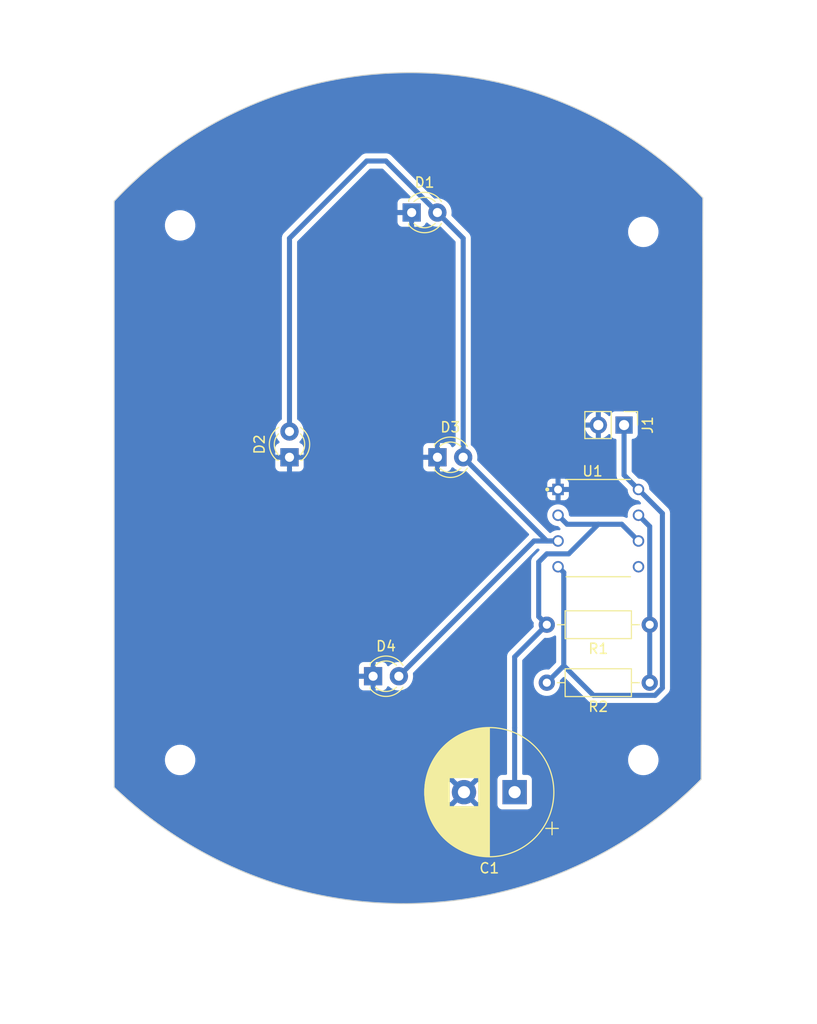
<source format=kicad_pcb>
(kicad_pcb (version 20221018) (generator pcbnew)
  (layers (0 "F.Cu" signal) (31 "B.Cu" signal) (34 "B.Paste" user) (35 "F.Paste" user) (36 "B.SilkS" user "B.Silkscreen") (37 "F.SilkS" user "F.Silkscreen") (38 "B.Mask" user) (39 "F.Mask" user) (44 "Edge.Cuts" user))
  (net 0 "")
  (net 1 "Net-(U1-THRES)")
  (net 2 "GND")
  (net 3 "Net-(D1-A)")
  (net 4 "VCC")
  (net 5 "Net-(U1-DISCH)")
  (footprint "Resistor_THT:R_Axial_DIN0207_L6.3mm_D2.5mm_P10.16mm_Horizontal" (layer "F.Cu") (at 156.845 140.335 180)
    (fp_text reference "R2" (at 5.08 -2.37) (layer "F.SilkS"))
    (fp_text value "1k")
    (fp_line (start 1.04 0) (end 1.81 0) (stroke (width 0.12)) (layer "F.SilkS"))
    (fp_line (start 1.81 -1.37) (end 1.81 1.37) (stroke (width 0.12)) (layer "F.SilkS"))
    (fp_line (start 1.81 1.37) (end 8.35 1.37) (stroke (width 0.12)) (layer "F.SilkS"))
    (fp_line (start 8.35 -1.37) (end 1.81 -1.37) (stroke (width 0.12)) (layer "F.SilkS"))
    (fp_line (start 8.35 1.37) (end 8.35 -1.37) (stroke (width 0.12)) (layer "F.SilkS"))
    (fp_line (start 9.12 0) (end 8.35 0) (stroke (width 0.12)) (layer "F.SilkS"))
    (pad "1" thru_hole circle (at 0 0 180) (size 1.6 1.6) (drill 0.8) (layers "*.Cu" "*.Mask") (net 5 "Net-(U1-DISCH)"))
    (pad "2" thru_hole oval (at 10.16 0 180) (size 1.6 1.6) (drill 0.8) (layers "*.Cu" "*.Mask") (net 4 "VCC"))
  )
  (footprint "MountingHole:MountingHole_2.5mm" (layer "F.Cu") (at 110.49 95.25)
    (fp_text reference "H3" hide)
    (fp_text value "MountingHole")
    (pad "" np_thru_hole circle (at 0 0) (size 2.5 2.5) (drill 2.5) (layers "*.Cu" "*.Mask"))
  )
  (footprint "MountingHole:MountingHole_2.5mm" (layer "F.Cu") (at 110.49 147.955)
    (fp_text reference "H2" hide)
    (fp_text value "MountingHole")
    (pad "" np_thru_hole circle (at 0 0) (size 2.5 2.5) (drill 2.5) (layers "*.Cu" "*.Mask"))
  )
  (footprint "Capacitor_THT:CP_Radial_D12.5mm_P5.00mm" (layer "F.Cu") (at 143.51 151.13 180)
    (fp_text reference "C1" (at 2.5 -7.5) (layer "F.SilkS"))
    (fp_text value "47mf")
    (fp_line (start -4.317082 -3.575) (end -3.067082 -3.575) (stroke (width 0.12)) (layer "F.SilkS"))
    (fp_line (start -3.692082 -4.2) (end -3.692082 -2.95) (stroke (width 0.12)) (layer "F.SilkS"))
    (fp_line (start 2.5 -6.33) (end 2.5 6.33) (stroke (width 0.12)) (layer "F.SilkS"))
    (fp_line (start 2.54 -6.33) (end 2.54 6.33) (stroke (width 0.12)) (layer "F.SilkS"))
    (fp_line (start 2.58 -6.33) (end 2.58 6.33) (stroke (width 0.12)) (layer "F.SilkS"))
    (fp_line (start 2.62 -6.329) (end 2.62 6.329) (stroke (width 0.12)) (layer "F.SilkS"))
    (fp_line (start 2.66 -6.328) (end 2.66 6.328) (stroke (width 0.12)) (layer "F.SilkS"))
    (fp_line (start 2.7 -6.327) (end 2.7 6.327) (stroke (width 0.12)) (layer "F.SilkS"))
    (fp_line (start 2.74 -6.326) (end 2.74 6.326) (stroke (width 0.12)) (layer "F.SilkS"))
    (fp_line (start 2.78 -6.324) (end 2.78 6.324) (stroke (width 0.12)) (layer "F.SilkS"))
    (fp_line (start 2.82 -6.322) (end 2.82 6.322) (stroke (width 0.12)) (layer "F.SilkS"))
    (fp_line (start 2.86 -6.32) (end 2.86 6.32) (stroke (width 0.12)) (layer "F.SilkS"))
    (fp_line (start 2.9 -6.318) (end 2.9 6.318) (stroke (width 0.12)) (layer "F.SilkS"))
    (fp_line (start 2.94 -6.315) (end 2.94 6.315) (stroke (width 0.12)) (layer "F.SilkS"))
    (fp_line (start 2.98 -6.312) (end 2.98 6.312) (stroke (width 0.12)) (layer "F.SilkS"))
    (fp_line (start 3.02 -6.309) (end 3.02 6.309) (stroke (width 0.12)) (layer "F.SilkS"))
    (fp_line (start 3.06 -6.306) (end 3.06 6.306) (stroke (width 0.12)) (layer "F.SilkS"))
    (fp_line (start 3.1 -6.302) (end 3.1 6.302) (stroke (width 0.12)) (layer "F.SilkS"))
    (fp_line (start 3.14 -6.298) (end 3.14 6.298) (stroke (width 0.12)) (layer "F.SilkS"))
    (fp_line (start 3.18 -6.294) (end 3.18 6.294) (stroke (width 0.12)) (layer "F.SilkS"))
    (fp_line (start 3.221 -6.29) (end 3.221 6.29) (stroke (width 0.12)) (layer "F.SilkS"))
    (fp_line (start 3.261 -6.285) (end 3.261 6.285) (stroke (width 0.12)) (layer "F.SilkS"))
    (fp_line (start 3.301 -6.28) (end 3.301 6.28) (stroke (width 0.12)) (layer "F.SilkS"))
    (fp_line (start 3.341 -6.275) (end 3.341 6.275) (stroke (width 0.12)) (layer "F.SilkS"))
    (fp_line (start 3.381 -6.269) (end 3.381 6.269) (stroke (width 0.12)) (layer "F.SilkS"))
    (fp_line (start 3.421 -6.264) (end 3.421 6.264) (stroke (width 0.12)) (layer "F.SilkS"))
    (fp_line (start 3.461 -6.258) (end 3.461 6.258) (stroke (width 0.12)) (layer "F.SilkS"))
    (fp_line (start 3.501 -6.252) (end 3.501 6.252) (stroke (width 0.12)) (layer "F.SilkS"))
    (fp_line (start 3.541 -6.245) (end 3.541 6.245) (stroke (width 0.12)) (layer "F.SilkS"))
    (fp_line (start 3.581 -6.238) (end 3.581 -1.44) (stroke (width 0.12)) (layer "F.SilkS"))
    (fp_line (start 3.581 1.44) (end 3.581 6.238) (stroke (width 0.12)) (layer "F.SilkS"))
    (fp_line (start 3.621 -6.231) (end 3.621 -1.44) (stroke (width 0.12)) (layer "F.SilkS"))
    (fp_line (start 3.621 1.44) (end 3.621 6.231) (stroke (width 0.12)) (layer "F.SilkS"))
    (fp_line (start 3.661 -6.224) (end 3.661 -1.44) (stroke (width 0.12)) (layer "F.SilkS"))
    (fp_line (start 3.661 1.44) (end 3.661 6.224) (stroke (width 0.12)) (layer "F.SilkS"))
    (fp_line (start 3.701 -6.216) (end 3.701 -1.44) (stroke (width 0.12)) (layer "F.SilkS"))
    (fp_line (start 3.701 1.44) (end 3.701 6.216) (stroke (width 0.12)) (layer "F.SilkS"))
    (fp_line (start 3.741 -6.209) (end 3.741 -1.44) (stroke (width 0.12)) (layer "F.SilkS"))
    (fp_line (start 3.741 1.44) (end 3.741 6.209) (stroke (width 0.12)) (layer "F.SilkS"))
    (fp_line (start 3.781 -6.201) (end 3.781 -1.44) (stroke (width 0.12)) (layer "F.SilkS"))
    (fp_line (start 3.781 1.44) (end 3.781 6.201) (stroke (width 0.12)) (layer "F.SilkS"))
    (fp_line (start 3.821 -6.192) (end 3.821 -1.44) (stroke (width 0.12)) (layer "F.SilkS"))
    (fp_line (start 3.821 1.44) (end 3.821 6.192) (stroke (width 0.12)) (layer "F.SilkS"))
    (fp_line (start 3.861 -6.184) (end 3.861 -1.44) (stroke (width 0.12)) (layer "F.SilkS"))
    (fp_line (start 3.861 1.44) (end 3.861 6.184) (stroke (width 0.12)) (layer "F.SilkS"))
    (fp_line (start 3.901 -6.175) (end 3.901 -1.44) (stroke (width 0.12)) (layer "F.SilkS"))
    (fp_line (start 3.901 1.44) (end 3.901 6.175) (stroke (width 0.12)) (layer "F.SilkS"))
    (fp_line (start 3.941 -6.166) (end 3.941 -1.44) (stroke (width 0.12)) (layer "F.SilkS"))
    (fp_line (start 3.941 1.44) (end 3.941 6.166) (stroke (width 0.12)) (layer "F.SilkS"))
    (fp_line (start 3.981 -6.156) (end 3.981 -1.44) (stroke (width 0.12)) (layer "F.SilkS"))
    (fp_line (start 3.981 1.44) (end 3.981 6.156) (stroke (width 0.12)) (layer "F.SilkS"))
    (fp_line (start 4.021 -6.146) (end 4.021 -1.44) (stroke (width 0.12)) (layer "F.SilkS"))
    (fp_line (start 4.021 1.44) (end 4.021 6.146) (stroke (width 0.12)) (layer "F.SilkS"))
    (fp_line (start 4.061 -6.137) (end 4.061 -1.44) (stroke (width 0.12)) (layer "F.SilkS"))
    (fp_line (start 4.061 1.44) (end 4.061 6.137) (stroke (width 0.12)) (layer "F.SilkS"))
    (fp_line (start 4.101 -6.126) (end 4.101 -1.44) (stroke (width 0.12)) (layer "F.SilkS"))
    (fp_line (start 4.101 1.44) (end 4.101 6.126) (stroke (width 0.12)) (layer "F.SilkS"))
    (fp_line (start 4.141 -6.116) (end 4.141 -1.44) (stroke (width 0.12)) (layer "F.SilkS"))
    (fp_line (start 4.141 1.44) (end 4.141 6.116) (stroke (width 0.12)) (layer "F.SilkS"))
    (fp_line (start 4.181 -6.105) (end 4.181 -1.44) (stroke (width 0.12)) (layer "F.SilkS"))
    (fp_line (start 4.181 1.44) (end 4.181 6.105) (stroke (width 0.12)) (layer "F.SilkS"))
    (fp_line (start 4.221 -6.094) (end 4.221 -1.44) (stroke (width 0.12)) (layer "F.SilkS"))
    (fp_line (start 4.221 1.44) (end 4.221 6.094) (stroke (width 0.12)) (layer "F.SilkS"))
    (fp_line (start 4.261 -6.083) (end 4.261 -1.44) (stroke (width 0.12)) (layer "F.SilkS"))
    (fp_line (start 4.261 1.44) (end 4.261 6.083) (stroke (width 0.12)) (layer "F.SilkS"))
    (fp_line (start 4.301 -6.071) (end 4.301 -1.44) (stroke (width 0.12)) (layer "F.SilkS"))
    (fp_line (start 4.301 1.44) (end 4.301 6.071) (stroke (width 0.12)) (layer "F.SilkS"))
    (fp_line (start 4.341 -6.059) (end 4.341 -1.44) (stroke (width 0.12)) (layer "F.SilkS"))
    (fp_line (start 4.341 1.44) (end 4.341 6.059) (stroke (width 0.12)) (layer "F.SilkS"))
    (fp_line (start 4.381 -6.047) (end 4.381 -1.44) (stroke (width 0.12)) (layer "F.SilkS"))
    (fp_line (start 4.381 1.44) (end 4.381 6.047) (stroke (width 0.12)) (layer "F.SilkS"))
    (fp_line (start 4.421 -6.034) (end 4.421 -1.44) (stroke (width 0.12)) (layer "F.SilkS"))
    (fp_line (start 4.421 1.44) (end 4.421 6.034) (stroke (width 0.12)) (layer "F.SilkS"))
    (fp_line (start 4.461 -6.021) (end 4.461 -1.44) (stroke (width 0.12)) (layer "F.SilkS"))
    (fp_line (start 4.461 1.44) (end 4.461 6.021) (stroke (width 0.12)) (layer "F.SilkS"))
    (fp_line (start 4.501 -6.008) (end 4.501 -1.44) (stroke (width 0.12)) (layer "F.SilkS"))
    (fp_line (start 4.501 1.44) (end 4.501 6.008) (stroke (width 0.12)) (layer "F.SilkS"))
    (fp_line (start 4.541 -5.995) (end 4.541 -1.44) (stroke (width 0.12)) (layer "F.SilkS"))
    (fp_line (start 4.541 1.44) (end 4.541 5.995) (stroke (width 0.12)) (layer "F.SilkS"))
    (fp_line (start 4.581 -5.981) (end 4.581 -1.44) (stroke (width 0.12)) (layer "F.SilkS"))
    (fp_line (start 4.581 1.44) (end 4.581 5.981) (stroke (width 0.12)) (layer "F.SilkS"))
    (fp_line (start 4.621 -5.967) (end 4.621 -1.44) (stroke (width 0.12)) (layer "F.SilkS"))
    (fp_line (start 4.621 1.44) (end 4.621 5.967) (stroke (width 0.12)) (layer "F.SilkS"))
    (fp_line (start 4.661 -5.953) (end 4.661 -1.44) (stroke (width 0.12)) (layer "F.SilkS"))
    (fp_line (start 4.661 1.44) (end 4.661 5.953) (stroke (width 0.12)) (layer "F.SilkS"))
    (fp_line (start 4.701 -5.939) (end 4.701 -1.44) (stroke (width 0.12)) (layer "F.SilkS"))
    (fp_line (start 4.701 1.44) (end 4.701 5.939) (stroke (width 0.12)) (layer "F.SilkS"))
    (fp_line (start 4.741 -5.924) (end 4.741 -1.44) (stroke (width 0.12)) (layer "F.SilkS"))
    (fp_line (start 4.741 1.44) (end 4.741 5.924) (stroke (width 0.12)) (layer "F.SilkS"))
    (fp_line (start 4.781 -5.908) (end 4.781 -1.44) (stroke (width 0.12)) (layer "F.SilkS"))
    (fp_line (start 4.781 1.44) (end 4.781 5.908) (stroke (width 0.12)) (layer "F.SilkS"))
    (fp_line (start 4.821 -5.893) (end 4.821 -1.44) (stroke (width 0.12)) (layer "F.SilkS"))
    (fp_line (start 4.821 1.44) (end 4.821 5.893) (stroke (width 0.12)) (layer "F.SilkS"))
    (fp_line (start 4.861 -5.877) (end 4.861 -1.44) (stroke (width 0.12)) (layer "F.SilkS"))
    (fp_line (start 4.861 1.44) (end 4.861 5.877) (stroke (width 0.12)) (layer "F.SilkS"))
    (fp_line (start 4.901 -5.861) (end 4.901 -1.44) (stroke (width 0.12)) (layer "F.SilkS"))
    (fp_line (start 4.901 1.44) (end 4.901 5.861) (stroke (width 0.12)) (layer "F.SilkS"))
    (fp_line (start 4.941 -5.845) (end 4.941 -1.44) (stroke (width 0.12)) (layer "F.SilkS"))
    (fp_line (start 4.941 1.44) (end 4.941 5.845) (stroke (width 0.12)) (layer "F.SilkS"))
    (fp_line (start 4.981 -5.828) (end 4.981 -1.44) (stroke (width 0.12)) (layer "F.SilkS"))
    (fp_line (start 4.981 1.44) (end 4.981 5.828) (stroke (width 0.12)) (layer "F.SilkS"))
    (fp_line (start 5.021 -5.811) (end 5.021 -1.44) (stroke (width 0.12)) (layer "F.SilkS"))
    (fp_line (start 5.021 1.44) (end 5.021 5.811) (stroke (width 0.12)) (layer "F.SilkS"))
    (fp_line (start 5.061 -5.793) (end 5.061 -1.44) (stroke (width 0.12)) (layer "F.SilkS"))
    (fp_line (start 5.061 1.44) (end 5.061 5.793) (stroke (width 0.12)) (layer "F.SilkS"))
    (fp_line (start 5.101 -5.776) (end 5.101 -1.44) (stroke (width 0.12)) (layer "F.SilkS"))
    (fp_line (start 5.101 1.44) (end 5.101 5.776) (stroke (width 0.12)) (layer "F.SilkS"))
    (fp_line (start 5.141 -5.758) (end 5.141 -1.44) (stroke (width 0.12)) (layer "F.SilkS"))
    (fp_line (start 5.141 1.44) (end 5.141 5.758) (stroke (width 0.12)) (layer "F.SilkS"))
    (fp_line (start 5.181 -5.739) (end 5.181 -1.44) (stroke (width 0.12)) (layer "F.SilkS"))
    (fp_line (start 5.181 1.44) (end 5.181 5.739) (stroke (width 0.12)) (layer "F.SilkS"))
    (fp_line (start 5.221 -5.721) (end 5.221 -1.44) (stroke (width 0.12)) (layer "F.SilkS"))
    (fp_line (start 5.221 1.44) (end 5.221 5.721) (stroke (width 0.12)) (layer "F.SilkS"))
    (fp_line (start 5.261 -5.702) (end 5.261 -1.44) (stroke (width 0.12)) (layer "F.SilkS"))
    (fp_line (start 5.261 1.44) (end 5.261 5.702) (stroke (width 0.12)) (layer "F.SilkS"))
    (fp_line (start 5.301 -5.682) (end 5.301 -1.44) (stroke (width 0.12)) (layer "F.SilkS"))
    (fp_line (start 5.301 1.44) (end 5.301 5.682) (stroke (width 0.12)) (layer "F.SilkS"))
    (fp_line (start 5.341 -5.662) (end 5.341 -1.44) (stroke (width 0.12)) (layer "F.SilkS"))
    (fp_line (start 5.341 1.44) (end 5.341 5.662) (stroke (width 0.12)) (layer "F.SilkS"))
    (fp_line (start 5.381 -5.642) (end 5.381 -1.44) (stroke (width 0.12)) (layer "F.SilkS"))
    (fp_line (start 5.381 1.44) (end 5.381 5.642) (stroke (width 0.12)) (layer "F.SilkS"))
    (fp_line (start 5.421 -5.622) (end 5.421 -1.44) (stroke (width 0.12)) (layer "F.SilkS"))
    (fp_line (start 5.421 1.44) (end 5.421 5.622) (stroke (width 0.12)) (layer "F.SilkS"))
    (fp_line (start 5.461 -5.601) (end 5.461 -1.44) (stroke (width 0.12)) (layer "F.SilkS"))
    (fp_line (start 5.461 1.44) (end 5.461 5.601) (stroke (width 0.12)) (layer "F.SilkS"))
    (fp_line (start 5.501 -5.58) (end 5.501 -1.44) (stroke (width 0.12)) (layer "F.SilkS"))
    (fp_line (start 5.501 1.44) (end 5.501 5.58) (stroke (width 0.12)) (layer "F.SilkS"))
    (fp_line (start 5.541 -5.558) (end 5.541 -1.44) (stroke (width 0.12)) (layer "F.SilkS"))
    (fp_line (start 5.541 1.44) (end 5.541 5.558) (stroke (width 0.12)) (layer "F.SilkS"))
    (fp_line (start 5.581 -5.536) (end 5.581 -1.44) (stroke (width 0.12)) (layer "F.SilkS"))
    (fp_line (start 5.581 1.44) (end 5.581 5.536) (stroke (width 0.12)) (layer "F.SilkS"))
    (fp_line (start 5.621 -5.514) (end 5.621 -1.44) (stroke (width 0.12)) (layer "F.SilkS"))
    (fp_line (start 5.621 1.44) (end 5.621 5.514) (stroke (width 0.12)) (layer "F.SilkS"))
    (fp_line (start 5.661 -5.491) (end 5.661 -1.44) (stroke (width 0.12)) (layer "F.SilkS"))
    (fp_line (start 5.661 1.44) (end 5.661 5.491) (stroke (width 0.12)) (layer "F.SilkS"))
    (fp_line (start 5.701 -5.468) (end 5.701 -1.44) (stroke (width 0.12)) (layer "F.SilkS"))
    (fp_line (start 5.701 1.44) (end 5.701 5.468) (stroke (width 0.12)) (layer "F.SilkS"))
    (fp_line (start 5.741 -5.445) (end 5.741 -1.44) (stroke (width 0.12)) (layer "F.SilkS"))
    (fp_line (start 5.741 1.44) (end 5.741 5.445) (stroke (width 0.12)) (layer "F.SilkS"))
    (fp_line (start 5.781 -5.421) (end 5.781 -1.44) (stroke (width 0.12)) (layer "F.SilkS"))
    (fp_line (start 5.781 1.44) (end 5.781 5.421) (stroke (width 0.12)) (layer "F.SilkS"))
    (fp_line (start 5.821 -5.397) (end 5.821 -1.44) (stroke (width 0.12)) (layer "F.SilkS"))
    (fp_line (start 5.821 1.44) (end 5.821 5.397) (stroke (width 0.12)) (layer "F.SilkS"))
    (fp_line (start 5.861 -5.372) (end 5.861 -1.44) (stroke (width 0.12)) (layer "F.SilkS"))
    (fp_line (start 5.861 1.44) (end 5.861 5.372) (stroke (width 0.12)) (layer "F.SilkS"))
    (fp_line (start 5.901 -5.347) (end 5.901 -1.44) (stroke (width 0.12)) (layer "F.SilkS"))
    (fp_line (start 5.901 1.44) (end 5.901 5.347) (stroke (width 0.12)) (layer "F.SilkS"))
    (fp_line (start 5.941 -5.322) (end 5.941 -1.44) (stroke (width 0.12)) (layer "F.SilkS"))
    (fp_line (start 5.941 1.44) (end 5.941 5.322) (stroke (width 0.12)) (layer "F.SilkS"))
    (fp_line (start 5.981 -5.296) (end 5.981 -1.44) (stroke (width 0.12)) (layer "F.SilkS"))
    (fp_line (start 5.981 1.44) (end 5.981 5.296) (stroke (width 0.12)) (layer "F.SilkS"))
    (fp_line (start 6.021 -5.27) (end 6.021 -1.44) (stroke (width 0.12)) (layer "F.SilkS"))
    (fp_line (start 6.021 1.44) (end 6.021 5.27) (stroke (width 0.12)) (layer "F.SilkS"))
    (fp_line (start 6.061 -5.243) (end 6.061 -1.44) (stroke (width 0.12)) (layer "F.SilkS"))
    (fp_line (start 6.061 1.44) (end 6.061 5.243) (stroke (width 0.12)) (layer "F.SilkS"))
    (fp_line (start 6.101 -5.216) (end 6.101 -1.44) (stroke (width 0.12)) (layer "F.SilkS"))
    (fp_line (start 6.101 1.44) (end 6.101 5.216) (stroke (width 0.12)) (layer "F.SilkS"))
    (fp_line (start 6.141 -5.188) (end 6.141 -1.44) (stroke (width 0.12)) (layer "F.SilkS"))
    (fp_line (start 6.141 1.44) (end 6.141 5.188) (stroke (width 0.12)) (layer "F.SilkS"))
    (fp_line (start 6.181 -5.16) (end 6.181 -1.44) (stroke (width 0.12)) (layer "F.SilkS"))
    (fp_line (start 6.181 1.44) (end 6.181 5.16) (stroke (width 0.12)) (layer "F.SilkS"))
    (fp_line (start 6.221 -5.131) (end 6.221 -1.44) (stroke (width 0.12)) (layer "F.SilkS"))
    (fp_line (start 6.221 1.44) (end 6.221 5.131) (stroke (width 0.12)) (layer "F.SilkS"))
    (fp_line (start 6.261 -5.102) (end 6.261 -1.44) (stroke (width 0.12)) (layer "F.SilkS"))
    (fp_line (start 6.261 1.44) (end 6.261 5.102) (stroke (width 0.12)) (layer "F.SilkS"))
    (fp_line (start 6.301 -5.073) (end 6.301 -1.44) (stroke (width 0.12)) (layer "F.SilkS"))
    (fp_line (start 6.301 1.44) (end 6.301 5.073) (stroke (width 0.12)) (layer "F.SilkS"))
    (fp_line (start 6.341 -5.043) (end 6.341 -1.44) (stroke (width 0.12)) (layer "F.SilkS"))
    (fp_line (start 6.341 1.44) (end 6.341 5.043) (stroke (width 0.12)) (layer "F.SilkS"))
    (fp_line (start 6.381 -5.012) (end 6.381 -1.44) (stroke (width 0.12)) (layer "F.SilkS"))
    (fp_line (start 6.381 1.44) (end 6.381 5.012) (stroke (width 0.12)) (layer "F.SilkS"))
    (fp_line (start 6.421 -4.982) (end 6.421 -1.44) (stroke (width 0.12)) (layer "F.SilkS"))
    (fp_line (start 6.421 1.44) (end 6.421 4.982) (stroke (width 0.12)) (layer "F.SilkS"))
    (fp_line (start 6.461 -4.95) (end 6.461 4.95) (stroke (width 0.12)) (layer "F.SilkS"))
    (fp_line (start 6.501 -4.918) (end 6.501 4.918) (stroke (width 0.12)) (layer "F.SilkS"))
    (fp_line (start 6.541 -4.885) (end 6.541 4.885) (stroke (width 0.12)) (layer "F.SilkS"))
    (fp_line (start 6.581 -4.852) (end 6.581 4.852) (stroke (width 0.12)) (layer "F.SilkS"))
    (fp_line (start 6.621 -4.819) (end 6.621 4.819) (stroke (width 0.12)) (layer "F.SilkS"))
    (fp_line (start 6.661 -4.785) (end 6.661 4.785) (stroke (width 0.12)) (layer "F.SilkS"))
    (fp_line (start 6.701 -4.75) (end 6.701 4.75) (stroke (width 0.12)) (layer "F.SilkS"))
    (fp_line (start 6.741 -4.714) (end 6.741 4.714) (stroke (width 0.12)) (layer "F.SilkS"))
    (fp_line (start 6.781 -4.678) (end 6.781 4.678) (stroke (width 0.12)) (layer "F.SilkS"))
    (fp_line (start 6.821 -4.642) (end 6.821 4.642) (stroke (width 0.12)) (layer "F.SilkS"))
    (fp_line (start 6.861 -4.605) (end 6.861 4.605) (stroke (width 0.12)) (layer "F.SilkS"))
    (fp_line (start 6.901 -4.567) (end 6.901 4.567) (stroke (width 0.12)) (layer "F.SilkS"))
    (fp_line (start 6.941 -4.528) (end 6.941 4.528) (stroke (width 0.12)) (layer "F.SilkS"))
    (fp_line (start 6.981 -4.489) (end 6.981 4.489) (stroke (width 0.12)) (layer "F.SilkS"))
    (fp_line (start 7.021 -4.449) (end 7.021 4.449) (stroke (width 0.12)) (layer "F.SilkS"))
    (fp_line (start 7.061 -4.408) (end 7.061 4.408) (stroke (width 0.12)) (layer "F.SilkS"))
    (fp_line (start 7.101 -4.367) (end 7.101 4.367) (stroke (width 0.12)) (layer "F.SilkS"))
    (fp_line (start 7.141 -4.325) (end 7.141 4.325) (stroke (width 0.12)) (layer "F.SilkS"))
    (fp_line (start 7.181 -4.282) (end 7.181 4.282) (stroke (width 0.12)) (layer "F.SilkS"))
    (fp_line (start 7.221 -4.238) (end 7.221 4.238) (stroke (width 0.12)) (layer "F.SilkS"))
    (fp_line (start 7.261 -4.194) (end 7.261 4.194) (stroke (width 0.12)) (layer "F.SilkS"))
    (fp_line (start 7.301 -4.148) (end 7.301 4.148) (stroke (width 0.12)) (layer "F.SilkS"))
    (fp_line (start 7.341 -4.102) (end 7.341 4.102) (stroke (width 0.12)) (layer "F.SilkS"))
    (fp_line (start 7.381 -4.055) (end 7.381 4.055) (stroke (width 0.12)) (layer "F.SilkS"))
    (fp_line (start 7.421 -4.007) (end 7.421 4.007) (stroke (width 0.12)) (layer "F.SilkS"))
    (fp_line (start 7.461 -3.957) (end 7.461 3.957) (stroke (width 0.12)) (layer "F.SilkS"))
    (fp_line (start 7.501 -3.907) (end 7.501 3.907) (stroke (width 0.12)) (layer "F.SilkS"))
    (fp_line (start 7.541 -3.856) (end 7.541 3.856) (stroke (width 0.12)) (layer "F.SilkS"))
    (fp_line (start 7.581 -3.804) (end 7.581 3.804) (stroke (width 0.12)) (layer "F.SilkS"))
    (fp_line (start 7.621 -3.75) (end 7.621 3.75) (stroke (width 0.12)) (layer "F.SilkS"))
    (fp_line (start 7.661 -3.696) (end 7.661 3.696) (stroke (width 0.12)) (layer "F.SilkS"))
    (fp_line (start 7.701 -3.64) (end 7.701 3.64) (stroke (width 0.12)) (layer "F.SilkS"))
    (fp_line (start 7.741 -3.583) (end 7.741 3.583) (stroke (width 0.12)) (layer "F.SilkS"))
    (fp_line (start 7.781 -3.524) (end 7.781 3.524) (stroke (width 0.12)) (layer "F.SilkS"))
    (fp_line (start 7.821 -3.464) (end 7.821 3.464) (stroke (width 0.12)) (layer "F.SilkS"))
    (fp_line (start 7.861 -3.402) (end 7.861 3.402) (stroke (width 0.12)) (layer "F.SilkS"))
    (fp_line (start 7.901 -3.339) (end 7.901 3.339) (stroke (width 0.12)) (layer "F.SilkS"))
    (fp_line (start 7.941 -3.275) (end 7.941 3.275) (stroke (width 0.12)) (layer "F.SilkS"))
    (fp_line (start 7.981 -3.208) (end 7.981 3.208) (stroke (width 0.12)) (layer "F.SilkS"))
    (fp_line (start 8.021 -3.14) (end 8.021 3.14) (stroke (width 0.12)) (layer "F.SilkS"))
    (fp_line (start 8.061 -3.069) (end 8.061 3.069) (stroke (width 0.12)) (layer "F.SilkS"))
    (fp_line (start 8.101 -2.996) (end 8.101 2.996) (stroke (width 0.12)) (layer "F.SilkS"))
    (fp_line (start 8.141 -2.921) (end 8.141 2.921) (stroke (width 0.12)) (layer "F.SilkS"))
    (fp_line (start 8.181 -2.844) (end 8.181 2.844) (stroke (width 0.12)) (layer "F.SilkS"))
    (fp_line (start 8.221 -2.764) (end 8.221 2.764) (stroke (width 0.12)) (layer "F.SilkS"))
    (fp_line (start 8.261 -2.681) (end 8.261 2.681) (stroke (width 0.12)) (layer "F.SilkS"))
    (fp_line (start 8.301 -2.594) (end 8.301 2.594) (stroke (width 0.12)) (layer "F.SilkS"))
    (fp_line (start 8.341 -2.504) (end 8.341 2.504) (stroke (width 0.12)) (layer "F.SilkS"))
    (fp_line (start 8.381 -2.41) (end 8.381 2.41) (stroke (width 0.12)) (layer "F.SilkS"))
    (fp_line (start 8.421 -2.312) (end 8.421 2.312) (stroke (width 0.12)) (layer "F.SilkS"))
    (fp_line (start 8.461 -2.209) (end 8.461 2.209) (stroke (width 0.12)) (layer "F.SilkS"))
    (fp_line (start 8.501 -2.1) (end 8.501 2.1) (stroke (width 0.12)) (layer "F.SilkS"))
    (fp_line (start 8.541 -1.984) (end 8.541 1.984) (stroke (width 0.12)) (layer "F.SilkS"))
    (fp_line (start 8.581 -1.861) (end 8.581 1.861) (stroke (width 0.12)) (layer "F.SilkS"))
    (fp_line (start 8.621 -1.728) (end 8.621 1.728) (stroke (width 0.12)) (layer "F.SilkS"))
    (fp_line (start 8.661 -1.583) (end 8.661 1.583) (stroke (width 0.12)) (layer "F.SilkS"))
    (fp_line (start 8.701 -1.422) (end 8.701 1.422) (stroke (width 0.12)) (layer "F.SilkS"))
    (fp_line (start 8.741 -1.241) (end 8.741 1.241) (stroke (width 0.12)) (layer "F.SilkS"))
    (fp_line (start 8.781 -1.028) (end 8.781 1.028) (stroke (width 0.12)) (layer "F.SilkS"))
    (fp_line (start 8.821 -0.757) (end 8.821 0.757) (stroke (width 0.12)) (layer "F.SilkS"))
    (fp_line (start 8.861 -0.317) (end 8.861 0.317) (stroke (width 0.12)) (layer "F.SilkS"))
    (fp_circle (center 2.5 0) (end 8.87 0) (stroke (width 0.12)) (fill none) (layer "F.SilkS"))
    (pad "1" thru_hole rect (at 0 0 180) (size 2.4 2.4) (drill 1.2) (layers "*.Cu" "*.Mask") (net 1 "Net-(U1-THRES)"))
    (pad "2" thru_hole circle (at 5 0 180) (size 2.4 2.4) (drill 1.2) (layers "*.Cu" "*.Mask") (net 2 "GND"))
  )
  (footprint "MountingHole:MountingHole_2.5mm" (layer "F.Cu") (at 156.21 95.885)
    (fp_text reference "H4" hide)
    (fp_text value "MountingHole")
    (pad "" np_thru_hole circle (at 0 0) (size 2.5 2.5) (drill 2.5) (layers "*.Cu" "*.Mask"))
  )
  (footprint "Resistor_THT:R_Axial_DIN0207_L6.3mm_D2.5mm_P10.16mm_Horizontal" (layer "F.Cu") (at 156.845 134.62 180)
    (fp_text reference "R1" (at 5.08 -2.37) (layer "F.SilkS"))
    (fp_text value "47k")
    (fp_line (start 1.04 0) (end 1.81 0) (stroke (width 0.12)) (layer "F.SilkS"))
    (fp_line (start 1.81 -1.37) (end 1.81 1.37) (stroke (width 0.12)) (layer "F.SilkS"))
    (fp_line (start 1.81 1.37) (end 8.35 1.37) (stroke (width 0.12)) (layer "F.SilkS"))
    (fp_line (start 8.35 -1.37) (end 1.81 -1.37) (stroke (width 0.12)) (layer "F.SilkS"))
    (fp_line (start 8.35 1.37) (end 8.35 -1.37) (stroke (width 0.12)) (layer "F.SilkS"))
    (fp_line (start 9.12 0) (end 8.35 0) (stroke (width 0.12)) (layer "F.SilkS"))
    (pad "1" thru_hole circle (at 0 0 180) (size 1.6 1.6) (drill 0.8) (layers "*.Cu" "*.Mask") (net 5 "Net-(U1-DISCH)"))
    (pad "2" thru_hole oval (at 10.16 0 180) (size 1.6 1.6) (drill 0.8) (layers "*.Cu" "*.Mask") (net 1 "Net-(U1-THRES)"))
  )
  (footprint "LED_THT:LED_D3.0mm" (layer "F.Cu") (at 135.89 118.11)
    (fp_text reference "D3" (at 1.27 -2.96) (layer "F.SilkS"))
    (fp_text value "LED")
    (fp_line (start -0.29 -1.236) (end -0.29 -1.08) (stroke (width 0.12)) (layer "F.SilkS"))
    (fp_line (start -0.29 1.08) (end -0.29 1.236) (stroke (width 0.12)) (layer "F.SilkS"))
    (fp_arc (start -0.29 -1.235516) (mid 1.366487 -1.987659) (end 2.942335 -1.078608) (stroke (width 0.12)) (layer "F.SilkS"))
    (fp_arc (start 0.229039 -1.08) (mid 1.270117 -1.5) (end 2.31113 -1.079837) (stroke (width 0.12)) (layer "F.SilkS"))
    (fp_arc (start 2.31113 1.079837) (mid 1.270117 1.5) (end 0.229039 1.08) (stroke (width 0.12)) (layer "F.SilkS"))
    (fp_arc (start 2.942335 1.078608) (mid 1.366487 1.987659) (end -0.29 1.235516) (stroke (width 0.12)) (layer "F.SilkS"))
    (pad "1" thru_hole rect (at 0 0) (size 1.8 1.8) (drill 0.9) (layers "*.Cu" "*.Mask") (net 2 "GND"))
    (pad "2" thru_hole circle (at 2.54 0) (size 1.8 1.8) (drill 0.9) (layers "*.Cu" "*.Mask") (net 3 "Net-(D1-A)"))
  )
  (footprint "LED_THT:LED_D3.0mm" (layer "F.Cu") (at 133.345 93.98)
    (fp_text reference "D1" (at 1.27 -2.96) (layer "F.SilkS"))
    (fp_text value "LED")
    (fp_line (start -0.29 -1.236) (end -0.29 -1.08) (stroke (width 0.12)) (layer "F.SilkS"))
    (fp_line (start -0.29 1.08) (end -0.29 1.236) (stroke (width 0.12)) (layer "F.SilkS"))
    (fp_arc (start -0.29 -1.235516) (mid 1.366487 -1.987659) (end 2.942335 -1.078608) (stroke (width 0.12)) (layer "F.SilkS"))
    (fp_arc (start 0.229039 -1.08) (mid 1.270117 -1.5) (end 2.31113 -1.079837) (stroke (width 0.12)) (layer "F.SilkS"))
    (fp_arc (start 2.31113 1.079837) (mid 1.270117 1.5) (end 0.229039 1.08) (stroke (width 0.12)) (layer "F.SilkS"))
    (fp_arc (start 2.942335 1.078608) (mid 1.366487 1.987659) (end -0.29 1.235516) (stroke (width 0.12)) (layer "F.SilkS"))
    (pad "1" thru_hole rect (at 0 0) (size 1.8 1.8) (drill 0.9) (layers "*.Cu" "*.Mask") (net 2 "GND"))
    (pad "2" thru_hole circle (at 2.54 0) (size 1.8 1.8) (drill 0.9) (layers "*.Cu" "*.Mask") (net 3 "Net-(D1-A)"))
  )
  (footprint "NE555P:DIP794W45P254L959H508Q8" (layer "F.Cu") (at 151.765 125.095)
    (fp_text reference "U1" (at -0.565 -5.607) (layer "F.SilkS"))
    (fp_text value "NE555P")
    (fp_line (start -3.175 -4.795) (end 3.175 -4.795) (stroke (width 0.127)) (layer "F.SilkS"))
    (fp_line (start -3.175 4.795) (end 3.175 4.795) (stroke (width 0.127)) (layer "F.SilkS"))
    (fp_circle (center -5.035 -3.81) (end -4.935 -3.81) (stroke (width 0.2)) (fill none) (layer "F.SilkS"))
    (pad "1" thru_hole rect (at -3.97 -3.81) (size 1.13 1.13) (drill 0.78) (layers "*.Cu" "*.Mask") (net 2 "GND"))
    (pad "2" thru_hole circle (at -3.97 -1.27) (size 1.13 1.13) (drill 0.78) (layers "*.Cu" "*.Mask") (net 1 "Net-(U1-THRES)"))
    (pad "3" thru_hole circle (at -3.97 1.27) (size 1.13 1.13) (drill 0.78) (layers "*.Cu" "*.Mask") (net 3 "Net-(D1-A)"))
    (pad "4" thru_hole circle (at -3.97 3.81) (size 1.13 1.13) (drill 0.78) (layers "*.Cu" "*.Mask") (net 4 "VCC"))
    (pad "5" thru_hole circle (at 3.97 3.81) (size 1.13 1.13) (drill 0.78) (layers "*.Cu" "*.Mask"))
    (pad "6" thru_hole circle (at 3.97 1.27) (size 1.13 1.13) (drill 0.78) (layers "*.Cu" "*.Mask") (net 1 "Net-(U1-THRES)"))
    (pad "7" thru_hole circle (at 3.97 -1.27) (size 1.13 1.13) (drill 0.78) (layers "*.Cu" "*.Mask") (net 5 "Net-(U1-DISCH)"))
    (pad "8" thru_hole circle (at 3.97 -3.81) (size 1.13 1.13) (drill 0.78) (layers "*.Cu" "*.Mask") (net 4 "VCC"))
  )
  (footprint "LED_THT:LED_D3.0mm" (layer "F.Cu") (at 129.54 139.7)
    (fp_text reference "D4" (at 1.27 -2.96) (layer "F.SilkS"))
    (fp_text value "LED")
    (fp_line (start -0.29 -1.236) (end -0.29 -1.08) (stroke (width 0.12)) (layer "F.SilkS"))
    (fp_line (start -0.29 1.08) (end -0.29 1.236) (stroke (width 0.12)) (layer "F.SilkS"))
    (fp_arc (start -0.29 -1.235516) (mid 1.366487 -1.987659) (end 2.942335 -1.078608) (stroke (width 0.12)) (layer "F.SilkS"))
    (fp_arc (start 0.229039 -1.08) (mid 1.270117 -1.5) (end 2.31113 -1.079837) (stroke (width 0.12)) (layer "F.SilkS"))
    (fp_arc (start 2.31113 1.079837) (mid 1.270117 1.5) (end 0.229039 1.08) (stroke (width 0.12)) (layer "F.SilkS"))
    (fp_arc (start 2.942335 1.078608) (mid 1.366487 1.987659) (end -0.29 1.235516) (stroke (width 0.12)) (layer "F.SilkS"))
    (pad "1" thru_hole rect (at 0 0) (size 1.8 1.8) (drill 0.9) (layers "*.Cu" "*.Mask") (net 2 "GND"))
    (pad "2" thru_hole circle (at 2.54 0) (size 1.8 1.8) (drill 0.9) (layers "*.Cu" "*.Mask") (net 3 "Net-(D1-A)"))
  )
  (footprint "Connector_PinHeader_2.54mm:PinHeader_1x02_P2.54mm_Vertical" (layer "F.Cu") (at 154.31 114.935 -90)
    (fp_text reference "J1" (at 0 -2.33 90) (layer "F.SilkS"))
    (fp_text value "Conn_01x02_Pin")
    (fp_line (start -1.33 -1.33) (end 0 -1.33) (stroke (width 0.12)) (layer "F.SilkS"))
    (fp_line (start -1.33 0) (end -1.33 -1.33) (stroke (width 0.12)) (layer "F.SilkS"))
    (fp_line (start -1.33 1.27) (end -1.33 3.87) (stroke (width 0.12)) (layer "F.SilkS"))
    (fp_line (start -1.33 1.27) (end 1.33 1.27) (stroke (width 0.12)) (layer "F.SilkS"))
    (fp_line (start -1.33 3.87) (end 1.33 3.87) (stroke (width 0.12)) (layer "F.SilkS"))
    (fp_line (start 1.33 1.27) (end 1.33 3.87) (stroke (width 0.12)) (layer "F.SilkS"))
    (pad "1" thru_hole rect (at 0 0 270) (size 1.7 1.7) (drill 1) (layers "*.Cu" "*.Mask") (net 4 "VCC"))
    (pad "2" thru_hole oval (at 0 2.54 270) (size 1.7 1.7) (drill 1) (layers "*.Cu" "*.Mask") (net 2 "GND"))
  )
  (footprint "LED_THT:LED_D3.0mm" (layer "F.Cu") (at 121.285 118.11 90)
    (fp_text reference "D2" (at 1.27 -2.96 90) (layer "F.SilkS"))
    (fp_text value "LED")
    (fp_line (start -0.29 -1.236) (end -0.29 -1.08) (stroke (width 0.12)) (layer "F.SilkS"))
    (fp_line (start -0.29 1.08) (end -0.29 1.236) (stroke (width 0.12)) (layer "F.SilkS"))
    (fp_arc (start -0.29 -1.235516) (mid 1.366487 -1.987659) (end 2.942335 -1.078608) (stroke (width 0.12)) (layer "F.SilkS"))
    (fp_arc (start 0.229039 -1.08) (mid 1.270117 -1.5) (end 2.31113 -1.079837) (stroke (width 0.12)) (layer "F.SilkS"))
    (fp_arc (start 2.31113 1.079837) (mid 1.270117 1.5) (end 0.229039 1.08) (stroke (width 0.12)) (layer "F.SilkS"))
    (fp_arc (start 2.942335 1.078608) (mid 1.366487 1.987659) (end -0.29 1.235516) (stroke (width 0.12)) (layer "F.SilkS"))
    (pad "1" thru_hole rect (at 0 0 90) (size 1.8 1.8) (drill 0.9) (layers "*.Cu" "*.Mask") (net 2 "GND"))
    (pad "2" thru_hole circle (at 2.54 0 90) (size 1.8 1.8) (drill 0.9) (layers "*.Cu" "*.Mask") (net 3 "Net-(D1-A)"))
  )
  (footprint "MountingHole:MountingHole_2.5mm" (layer "F.Cu") (at 156.21 147.955)
    (fp_text reference "H1" hide)
    (fp_text value "MountingHole")
    (pad "" np_thru_hole circle (at 0 0) (size 2.5 2.5) (drill 2.5) (layers "*.Cu" "*.Mask"))
  )
  (gr_arc (start 161.925 149.86) (mid 133.110805 162.118305) (end 103.973882 150.648188) (stroke (width 0.1)) (layer "Edge.Cuts"))
  (gr_line (start 162.092546 92.544353) (end 161.925 149.86) (stroke (width 0.1)) (layer "Edge.Cuts"))
  (gr_arc (start 103.973882 92.863188) (mid 132.964531 80.183953) (end 162.092546 92.544353) (stroke (width 0.1)) (layer "Edge.Cuts"))
  (gr_line (start 103.973882 92.863188) (end 103.973882 150.648188) (stroke (width 0.1)) (layer "Edge.Cuts"))
  (segment (start 154.085 124.715) (end 151.765 124.715) (width 0.5) (layer "B.Cu") (net 1))
  (segment (start 148.845 127.635) (end 151.765 124.715) (width 0.5) (layer "B.Cu") (net 1))
  (segment (start 155.735 126.365) (end 154.085 124.715) (width 0.5) (layer "B.Cu") (net 1))
  (segment (start 143.51 144.78) (end 143.51 151.13) (width 0.5) (layer "B.Cu") (net 1))
  (segment (start 146.685 134.62) (end 145.885001 133.820001) (width 0.5) (layer "B.Cu") (net 1))
  (segment (start 147.795 123.825) (end 148.685 124.715) (width 0.5) (layer "B.Cu") (net 1))
  (segment (start 145.885001 133.820001) (end 145.885001 128.434999) (width 0.5) (layer "B.Cu") (net 1))
  (segment (start 146.685 134.62) (end 143.51 137.795) (width 0.5) (layer "B.Cu") (net 1))
  (segment (start 145.885001 128.434999) (end 146.685 127.635) (width 0.5) (layer "B.Cu") (net 1))
  (segment (start 151.765 124.715) (end 148.685 124.715) (width 0.5) (layer "B.Cu") (net 1))
  (segment (start 143.51 137.795) (end 143.51 144.78) (width 0.5) (layer "B.Cu") (net 1))
  (segment (start 146.685 127.635) (end 148.845 127.635) (width 0.5) (layer "B.Cu") (net 1))
  (segment (start 147.795 126.365) (end 145.415 126.365) (width 0.5) (layer "B.Cu") (net 3))
  (segment (start 128.905 88.9) (end 121.285 96.52) (width 0.5) (layer "B.Cu") (net 3))
  (segment (start 146.685 126.365) (end 147.795 126.365) (width 0.5) (layer "B.Cu") (net 3))
  (segment (start 121.285 96.52) (end 121.285 115.57) (width 0.5) (layer "B.Cu") (net 3))
  (segment (start 145.415 126.365) (end 132.08 139.7) (width 0.5) (layer "B.Cu") (net 3))
  (segment (start 130.805 88.9) (end 128.905 88.9) (width 0.5) (layer "B.Cu") (net 3))
  (segment (start 135.885 93.98) (end 130.805 88.9) (width 0.5) (layer "B.Cu") (net 3))
  (segment (start 135.885 93.98) (end 138.43 96.525) (width 0.5) (layer "B.Cu") (net 3))
  (segment (start 138.43 118.11) (end 146.685 126.365) (width 0.5) (layer "B.Cu") (net 3))
  (segment (start 138.43 96.525) (end 138.43 118.11) (width 0.5) (layer "B.Cu") (net 3))
  (segment (start 158.095 123.645) (end 158.095 140.852767) (width 0.5) (layer "B.Cu") (net 4))
  (segment (start 154.31 114.935) (end 154.31 119.86) (width 0.5) (layer "B.Cu") (net 4))
  (segment (start 148.36 129.47) (end 148.36 138.66) (width 0.5) (layer "B.Cu") (net 4))
  (segment (start 155.735 121.285) (end 158.095 123.645) (width 0.5) (layer "B.Cu") (net 4))
  (segment (start 147.795 128.905) (end 148.36 129.47) (width 0.5) (layer "B.Cu") (net 4))
  (segment (start 154.31 119.86) (end 155.735 121.285) (width 0.5) (layer "B.Cu") (net 4))
  (segment (start 148.36 138.66) (end 146.685 140.335) (width 0.5) (layer "B.Cu") (net 4))
  (segment (start 158.095 140.852767) (end 157.362767 141.585) (width 0.5) (layer "B.Cu") (net 4))
  (segment (start 151.285 141.585) (end 148.36 138.66) (width 0.5) (layer "B.Cu") (net 4))
  (segment (start 157.362767 141.585) (end 151.285 141.585) (width 0.5) (layer "B.Cu") (net 4))
  (segment (start 156.845 124.935) (end 156.845 134.62) (width 0.5) (layer "B.Cu") (net 5))
  (segment (start 155.735 123.825) (end 156.845 124.935) (width 0.5) (layer "B.Cu") (net 5))
  (segment (start 156.845 134.62) (end 156.845 140.335) (width 0.5) (layer "B.Cu") (net 5))
  (zone (net 2) (net_name "GND") (layer "B.Cu") (connect_pads (clearance 0.5)) (min_thickness 0.25) (fill yes (thermal_gap 0.5) (thermal_bridge_width 0.5))
    (polygon (pts (xy 103.505 80.01) (xy 138.43 73.025) (xy 173.355 95.25) (xy 171.45 152.4) (xy 132.08 173.99) (xy 92.71 156.21)))
  )
)
</source>
